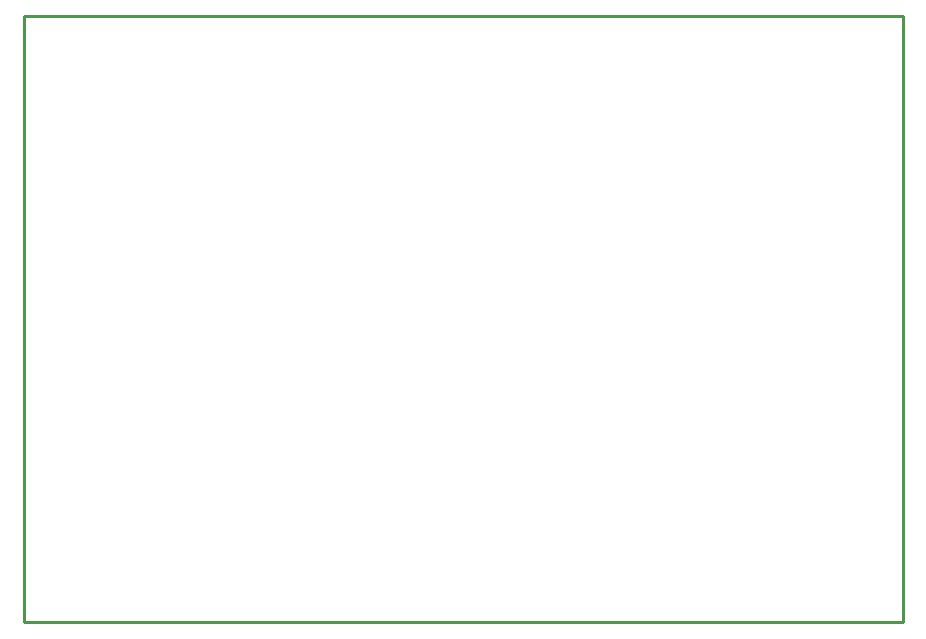
<source format=gm1>
G04*
G04 #@! TF.GenerationSoftware,Altium Limited,Altium Designer,21.1.1 (26)*
G04*
G04 Layer_Color=16711935*
%FSLAX25Y25*%
%MOIN*%
G70*
G04*
G04 #@! TF.SameCoordinates,BDA2E955-75C2-487D-9455-DF565B8534AD*
G04*
G04*
G04 #@! TF.FilePolarity,Positive*
G04*
G01*
G75*
%ADD15C,0.01000*%
D15*
X92000Y298000D02*
Y500000D01*
Y298000D02*
X385000D01*
Y500000D01*
X92000D02*
X385000D01*
M02*

</source>
